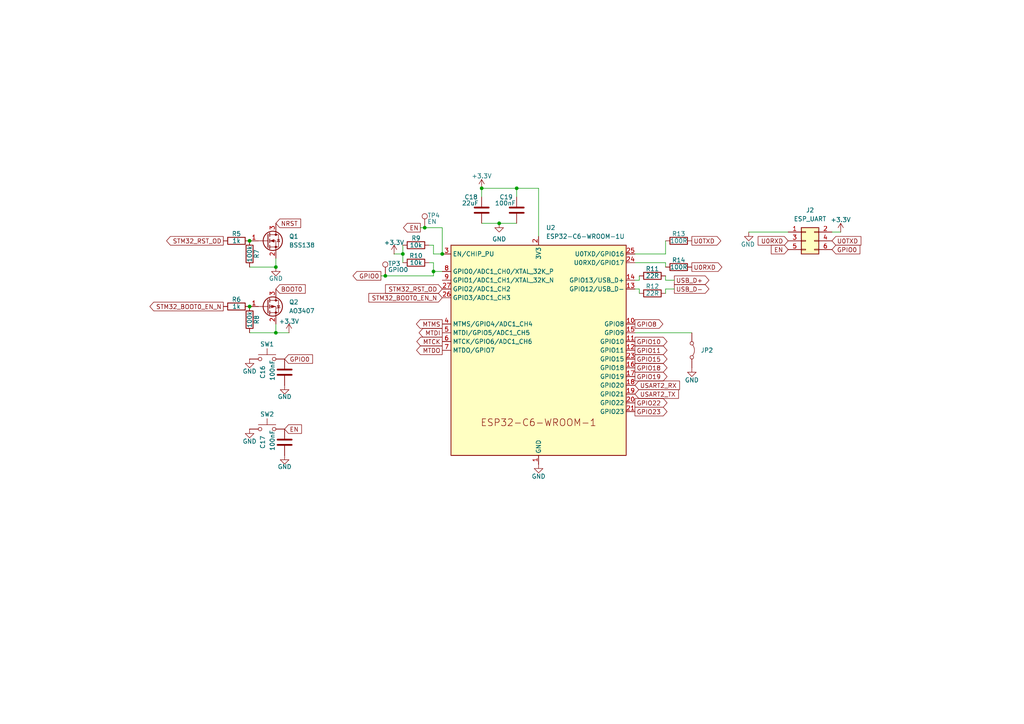
<source format=kicad_sch>
(kicad_sch (version 20250114) (generator "eeschema") (generator_version "9.0")
  (paper "A4")
  (title_block (title "IoT Logger B - ESP32 C6") (date "2026-01-24") (rev "1.0") (company "Piotr Kłyś"))
  (lib_symbols
    (symbol "Connector:TestPoint" (pin_numbers (hide yes)) (pin_names (offset 0.762) (hide yes))
      (property "Reference" "TP" (at 0 6.858 0))
      (property "Value" "TestPoint" (at 0 5.08 0))
      (symbol "TestPoint_0_1"
        (circle (center 0 3.302) (radius 0.762))
      )
      (symbol "TestPoint_1_1"
        (pin passive line (at 0 0 90) (length 2.54) (name "1") (number "1"))
      )
    )
    (symbol "Connector_Generic:Conn_02x03_Odd_Even" (pin_names (offset 1.016) (hide yes))
      (property "Reference" "J" (at 1.27 5.08 0))
      (property "Value" "Conn_02x03_Odd_Even" (at 1.27 -5.08 0))
      (symbol "Conn_02x03_Odd_Even_1_1"
        (rectangle (start -1.27 3.81) (end 3.81 -3.81) (stroke (width 0.254)) (fill (type background)))
        (rectangle (start -1.27 2.667) (end 0 2.413) (stroke (width 0.1524)))
        (rectangle (start -1.27 0.127) (end 0 -0.127) (stroke (width 0.1524)))
        (rectangle (start -1.27 -2.413) (end 0 -2.667) (stroke (width 0.1524)))
        (rectangle (start 3.81 2.667) (end 2.54 2.413) (stroke (width 0.1524)))
        (rectangle (start 3.81 0.127) (end 2.54 -0.127) (stroke (width 0.1524)))
        (rectangle (start 3.81 -2.413) (end 2.54 -2.667) (stroke (width 0.1524)))
        (pin passive line (at -5.08 2.54 0) (length 3.81) (name "Pin_1") (number "1"))
        (pin passive line (at -5.08 0 0) (length 3.81) (name "Pin_3") (number "3"))
        (pin passive line (at -5.08 -2.54 0) (length 3.81) (name "Pin_5") (number "5"))
        (pin passive line (at 7.62 2.54 180) (length 3.81) (name "Pin_2") (number "2"))
        (pin passive line (at 7.62 0 180) (length 3.81) (name "Pin_4") (number "4"))
        (pin passive line (at 7.62 -2.54 180) (length 3.81) (name "Pin_6") (number "6"))
      )
    )
    (symbol "Device:C" (pin_numbers (hide yes)) (pin_names (offset 0.254))
      (property "Reference" "C" (at 0.635 2.54 0))
      (property "Value" "C" (at 0.635 -2.54 0))
      (symbol "C_0_1"
        (polyline (pts (xy -2.032 0.762) (xy 2.032 0.762)) (stroke (width 0.508)))
        (polyline (pts (xy -2.032 -0.762) (xy 2.032 -0.762)) (stroke (width 0.508)))
      )
      (symbol "C_1_1"
        (pin passive line (at 0 3.81 270) (length 2.794) (name "~") (number "1"))
        (pin passive line (at 0 -3.81 90) (length 2.794) (name "~") (number "2"))
      )
    )
    (symbol "Device:R" (pin_numbers (hide yes)) (pin_names (offset 0))
      (property "Reference" "R" (at 2.032 0 90))
      (property "Value" "R" (at 0 0 90))
      (symbol "R_0_1"
        (rectangle (start -1.016 -2.54) (end 1.016 2.54) (stroke (width 0.254)))
      )
      (symbol "R_1_1"
        (pin passive line (at 0 3.81 270) (length 1.27) (name "~") (number "1"))
        (pin passive line (at 0 -3.81 90) (length 1.27) (name "~") (number "2"))
      )
    )
    (symbol "Jumper:Jumper_2_Bridged" (pin_numbers (hide yes)) (pin_names (offset 0) (hide yes))
      (property "Reference" "JP" (at 0 1.905 0))
      (property "Value" "Jumper_2_Bridged" (at 0 -2.54 0))
      (symbol "Jumper_2_Bridged_0_0"
        (circle (center -2.032 0) (radius 0.508))
        (circle (center 2.032 0) (radius 0.508))
      )
      (symbol "Jumper_2_Bridged_0_1"
        (arc (start -1.524 0.254) (mid 0 0.762) (end 1.524 0.254))
      )
      (symbol "Jumper_2_Bridged_1_1"
        (pin passive line (at -5.08 0 0) (length 2.54) (name "A") (number "1"))
        (pin passive line (at 5.08 0 180) (length 2.54) (name "B") (number "2"))
      )
    )
    (symbol "PCM_Espressif:ESP32-C6-WROOM-1"
      (property "Reference" "U" (at -25.4 35.56 0))
      (property "Value" "ESP32-C6-WROOM-1" (at -25.4 33.02 0))
      (symbol "ESP32-C6-WROOM-1_0_0"
        (text "ESP32-C6-WROOM-1" (at 0 -20.955 0) (effects (font (size 2 2))))
      )
      (symbol "ESP32-C6-WROOM-1_0_1"
        (rectangle (start -25.4 30.48) (end 25.4 -30.48) (stroke (width 0.254)) (fill (type background)))
      )
      (symbol "ESP32-C6-WROOM-1_1_1"
        (pin input line (at -27.94 27.94 0) (length 2.54) (name "EN/CHIP_PU") (number "3"))
        (pin bidirectional line (at -27.94 22.86 0) (length 2.54) (name "GPIO0/ADC1_CH0/XTAL_32K_P") (number "8"))
        (pin bidirectional line (at -27.94 20.32 0) (length 2.54) (name "GPIO1/ADC1_CH1/XTAL_32K_N") (number "9"))
        (pin bidirectional line (at -27.94 17.78 0) (length 2.54) (name "GPIO2/ADC1_CH2") (number "27"))
        (pin bidirectional line (at -27.94 15.24 0) (length 2.54) (name "GPIO3/ADC1_CH3") (number "26"))
        (pin bidirectional line (at -27.94 7.62 0) (length 2.54) (name "MTMS/GPIO4/ADC1_CH4") (number "4"))
        (pin bidirectional line (at -27.94 5.08 0) (length 2.54) (name "MTDI/GPIO5/ADC1_CH5") (number "5"))
        (pin bidirectional line (at -27.94 2.54 0) (length 2.54) (name "MTCK/GPIO6/ADC1_CH6") (number "6"))
        (pin bidirectional line (at -27.94 0 0) (length 2.54) (name "MTDO/GPIO7") (number "7"))
        (pin no_connect line (at -25.4 -12.7 0) (length 2.54) (hide yes) (name "NC") (number "22"))
        (pin power_in line (at 0 33.02 270) (length 2.54) (name "3V3") (number "2"))
        (pin power_in line (at 0 -33.02 90) (length 2.54) (name "GND") (number "1"))
        (pin passive line (at 0 -33.02 90) (length 2.54) (hide yes) (name "GND") (number "28"))
        (pin passive line (at 0 -33.02 90) (length 2.54) (hide yes) (name "GND") (number "29"))
        (pin bidirectional line (at 27.94 27.94 180) (length 2.54) (name "U0TXD/GPIO16") (number "25"))
        (pin bidirectional line (at 27.94 25.4 180) (length 2.54) (name "U0RXD/GPIO17") (number "24"))
        (pin bidirectional line (at 27.94 20.32 180) (length 2.54) (name "GPIO13/USB_D+") (number "14"))
        (pin bidirectional line (at 27.94 17.78 180) (length 2.54) (name "GPIO12/USB_D-") (number "13"))
        (pin bidirectional line (at 27.94 7.62 180) (length 2.54) (name "GPIO8") (number "10"))
        (pin bidirectional line (at 27.94 5.08 180) (length 2.54) (name "GPIO9") (number "15"))
        (pin bidirectional line (at 27.94 2.54 180) (length 2.54) (name "GPIO10") (number "11"))
        (pin bidirectional line (at 27.94 0 180) (length 2.54) (name "GPIO11") (number "12"))
        (pin bidirectional line (at 27.94 -2.54 180) (length 2.54) (name "GPIO15") (number "23"))
        (pin bidirectional line (at 27.94 -5.08 180) (length 2.54) (name "GPIO18") (number "16"))
        (pin bidirectional line (at 27.94 -7.62 180) (length 2.54) (name "GPIO19") (number "17"))
        (pin bidirectional line (at 27.94 -10.16 180) (length 2.54) (name "GPIO20") (number "18"))
        (pin bidirectional line (at 27.94 -12.7 180) (length 2.54) (name "GPIO21") (number "19"))
        (pin bidirectional line (at 27.94 -15.24 180) (length 2.54) (name "GPIO22") (number "20"))
        (pin bidirectional line (at 27.94 -17.78 180) (length 2.54) (name "GPIO23") (number "21"))
      )
    )
    (symbol "Switch:SW_Push" (pin_numbers (hide yes)) (pin_names (offset 1.016) (hide yes))
      (property "Reference" "SW" (at 1.27 2.54 0))
      (property "Value" "SW_Push" (at 0 -1.524 0))
      (symbol "SW_Push_0_1"
        (circle (center -2.032 0) (radius 0.508))
        (polyline (pts (xy 0 1.27) (xy 0 3.048)))
        (circle (center 2.032 0) (radius 0.508))
        (polyline (pts (xy 2.54 1.27) (xy -2.54 1.27)))
        (pin passive line (at -5.08 0 0) (length 2.54) (name "1") (number "1"))
        (pin passive line (at 5.08 0 180) (length 2.54) (name "2") (number "2"))
      )
    )
    (symbol "Transistor_FET:AO3401A" (pin_names (hide yes))
      (property "Reference" "Q" (at 5.08 1.905 0))
      (property "Value" "AO3401A" (at 5.08 0 0))
      (symbol "AO3401A_0_1"
        (polyline (pts (xy 0.254 1.905) (xy 0.254 -1.905)) (stroke (width 0.254)))
        (polyline (pts (xy 0.254 0) (xy -2.54 0)))
        (polyline (pts (xy 0.762 2.286) (xy 0.762 1.27)) (stroke (width 0.254)))
        (polyline (pts (xy 0.762 1.778) (xy 3.302 1.778) (xy 3.302 -1.778) (xy 0.762 -1.778)))
        (polyline (pts (xy 0.762 0.508) (xy 0.762 -0.508)) (stroke (width 0.254)))
        (polyline (pts (xy 0.762 -1.27) (xy 0.762 -2.286)) (stroke (width 0.254)))
        (circle (center 1.651 0) (radius 2.794) (stroke (width 0.254)))
        (polyline (pts (xy 2.286 0) (xy 1.27 0.381) (xy 1.27 -0.381) (xy 2.286 0)) (fill (type outline)))
        (polyline (pts (xy 2.54 2.54) (xy 2.54 1.778)))
        (circle (center 2.54 1.778) (radius 0.254) (fill (type outline)))
        (circle (center 2.54 -1.778) (radius 0.254) (fill (type outline)))
        (polyline (pts (xy 2.54 -2.54) (xy 2.54 0) (xy 0.762 0)))
        (polyline (pts (xy 2.794 -0.508) (xy 2.921 -0.381) (xy 3.683 -0.381) (xy 3.81 -0.254)))
        (polyline (pts (xy 3.302 -0.381) (xy 2.921 0.254) (xy 3.683 0.254) (xy 3.302 -0.381)))
      )
      (symbol "AO3401A_1_1"
        (pin input line (at -5.08 0 0) (length 2.54) (name "G") (number "1"))
        (pin passive line (at 2.54 5.08 270) (length 2.54) (name "D") (number "3"))
        (pin passive line (at 2.54 -5.08 90) (length 2.54) (name "S") (number "2"))
      )
    )
    (symbol "Transistor_FET:BSS138" (pin_names (offset 0) (hide yes))
      (property "Reference" "Q" (at 5.08 1.905 0))
      (property "Value" "BSS138" (at 5.08 0 0))
      (symbol "BSS138_0_1"
        (polyline (pts (xy 0.254 1.905) (xy 0.254 -1.905)) (stroke (width 0.254)))
        (polyline (pts (xy 0.254 0) (xy -2.54 0)))
        (polyline (pts (xy 0.762 2.286) (xy 0.762 1.27)) (stroke (width 0.254)))
        (polyline (pts (xy 0.762 0.508) (xy 0.762 -0.508)) (stroke (width 0.254)))
        (polyline (pts (xy 0.762 -1.27) (xy 0.762 -2.286)) (stroke (width 0.254)))
        (polyline (pts (xy 0.762 -1.778) (xy 3.302 -1.778) (xy 3.302 1.778) (xy 0.762 1.778)))
        (polyline (pts (xy 1.016 0) (xy 2.032 0.381) (xy 2.032 -0.381) (xy 1.016 0)) (fill (type outline)))
        (circle (center 1.651 0) (radius 2.794) (stroke (width 0.254)))
        (polyline (pts (xy 2.54 2.54) (xy 2.54 1.778)))
        (circle (center 2.54 1.778) (radius 0.254) (fill (type outline)))
        (circle (center 2.54 -1.778) (radius 0.254) (fill (type outline)))
        (polyline (pts (xy 2.54 -2.54) (xy 2.54 0) (xy 0.762 0)))
        (polyline (pts (xy 2.921 0.381) (xy 3.683 0.381)))
        (polyline (pts (xy 3.302 0.381) (xy 2.921 -0.254) (xy 3.683 -0.254) (xy 3.302 0.381)))
      )
      (symbol "BSS138_1_1"
        (pin input line (at -5.08 0 0) (length 2.54) (name "G") (number "1"))
        (pin passive line (at 2.54 5.08 270) (length 2.54) (name "D") (number "3"))
        (pin passive line (at 2.54 -5.08 90) (length 2.54) (name "S") (number "2"))
      )
    )
    (symbol "power:+3.3V" (power) (pin_numbers (hide yes)) (pin_names (offset 0) (hide yes))
      (property "Value" "+3.3V" (at 0 3.556 0))
      (symbol "+3.3V_0_1"
        (polyline (pts (xy -0.762 1.27) (xy 0 2.54)))
        (polyline (pts (xy 0 2.54) (xy 0.762 1.27)))
        (polyline (pts (xy 0 0) (xy 0 2.54)))
      )
      (symbol "+3.3V_1_1"
        (pin power_in line (at 0 0 90) (length 0) (name "~") (number "1"))
      )
    )
    (symbol "power:GND" (power) (pin_numbers (hide yes)) (pin_names (offset 0) (hide yes))
      (property "Value" "GND" (at 0 -3.81 0))
      (symbol "GND_0_1"
        (polyline (pts (xy 0 0) (xy 0 -1.27) (xy 1.27 -1.27) (xy 0 -2.54) (xy -1.27 -1.27) (xy 0 -1.27)))
      )
      (symbol "GND_1_1"
        (pin power_in line (at 0 0 270) (length 0) (name "~") (number "1"))
      )
    )
  )
  (junction (at 139.7 54.61))
  (junction (at 144.78 64.77))
  (junction (at 111.76 80.01))
  (junction (at 80.01 77.47))
  (junction (at 72.39 69.85))
  (junction (at 123.19 66.04))
  (junction (at 80.01 96.52))
  (junction (at 125.73 78.74))
  (junction (at 116.84 73.66))
  (junction (at 72.39 88.9))
  (junction (at 149.86 54.61))
  (junction (at 128.27 73.66))
  (wire (pts (xy 139.7 54.61) (xy 139.7 57.15)))
  (wire (pts (xy 125.73 71.12) (xy 125.73 73.66)))
  (wire (pts (xy 125.73 80.01) (xy 125.73 78.74)))
  (wire (pts (xy 149.86 57.15) (xy 149.86 54.61)))
  (wire (pts (xy 184.15 83.82) (xy 185.42 83.82)))
  (wire (pts (xy 80.01 96.52) (xy 83.82 96.52)))
  (wire (pts (xy 72.39 77.47) (xy 80.01 77.47)))
  (wire (pts (xy 125.73 73.66) (xy 128.27 73.66)))
  (wire (pts (xy 193.04 83.82) (xy 195.58 83.82)))
  (wire (pts (xy 193.04 81.28) (xy 195.58 81.28)))
  (wire (pts (xy 185.42 81.28) (xy 185.42 80.01)))
  (wire (pts (xy 217.17 67.31) (xy 228.6 67.31)))
  (wire (pts (xy 193.04 69.85) (xy 193.04 73.66)))
  (wire (pts (xy 193.04 77.47) (xy 193.04 76.2)))
  (wire (pts (xy 116.84 73.66) (xy 116.84 76.2)))
  (wire (pts (xy 128.27 66.04) (xy 128.27 73.66)))
  (wire (pts (xy 139.7 64.77) (xy 144.78 64.77)))
  (wire (pts (xy 193.04 76.2) (xy 184.15 76.2)))
  (wire (pts (xy 156.21 54.61) (xy 149.86 54.61)))
  (wire (pts (xy 184.15 96.52) (xy 200.66 96.52)))
  (wire (pts (xy 80.01 93.98) (xy 80.01 96.52)))
  (wire (pts (xy 80.01 77.47) (xy 80.01 74.93)))
  (wire (pts (xy 193.04 80.01) (xy 193.04 81.28)))
  (wire (pts (xy 114.3 73.66) (xy 116.84 73.66)))
  (wire (pts (xy 156.21 54.61) (xy 156.21 68.58)))
  (wire (pts (xy 184.15 81.28) (xy 185.42 81.28)))
  (wire (pts (xy 193.04 73.66) (xy 184.15 73.66)))
  (wire (pts (xy 111.76 80.01) (xy 125.73 80.01)))
  (wire (pts (xy 116.84 71.12) (xy 116.84 73.66)))
  (wire (pts (xy 121.92 66.04) (xy 123.19 66.04)))
  (wire (pts (xy 125.73 78.74) (xy 128.27 78.74)))
  (wire (pts (xy 124.46 76.2) (xy 125.73 76.2)))
  (wire (pts (xy 243.84 67.31) (xy 241.3 67.31)))
  (wire (pts (xy 144.78 64.77) (xy 149.86 64.77)))
  (wire (pts (xy 185.42 83.82) (xy 185.42 85.09)))
  (wire (pts (xy 193.04 85.09) (xy 193.04 83.82)))
  (wire (pts (xy 139.7 54.61) (xy 149.86 54.61)))
  (wire (pts (xy 124.46 71.12) (xy 125.73 71.12)))
  (wire (pts (xy 125.73 76.2) (xy 125.73 78.74)))
  (wire (pts (xy 123.19 66.04) (xy 128.27 66.04)))
  (wire (pts (xy 72.39 96.52) (xy 80.01 96.52)))
  (wire (pts (xy 110.49 80.01) (xy 111.76 80.01)))
  (global_label "STM32_RST_OD" (shape input) (at 128.27 83.82 180) (property "Intersheetrefs" "${INTERSHEET_REFS}" (effects (hide yes))))
  (global_label "GPIO0" (shape input) (at 241.3 72.39 0) (property "Intersheetrefs" "${INTERSHEET_REFS}" (effects (hide yes))))
  (global_label "EN" (shape input) (at 228.6 72.39 180) (property "Intersheetrefs" "${INTERSHEET_REFS}" (effects (hide yes))))
  (global_label "GPIO11" (shape output) (at 184.15 101.6 0) (property "Intersheetrefs" "${INTERSHEET_REFS}" (effects (hide yes))))
  (global_label "GPIO10" (shape output) (at 184.15 99.06 0) (property "Intersheetrefs" "${INTERSHEET_REFS}" (effects (hide yes))))
  (global_label "USB_D-" (shape output) (at 195.58 83.82 0) (property "Intersheetrefs" "${INTERSHEET_REFS}" (effects (hide yes))))
  (global_label "STM32_BOOT0_EN_N" (shape output) (at 64.77 88.9 180) (property "Intersheetrefs" "${INTERSHEET_REFS}" (effects (hide yes))))
  (global_label "GPIO22" (shape output) (at 184.15 116.84 0) (property "Intersheetrefs" "${INTERSHEET_REFS}" (effects (hide yes))))
  (global_label "U0TXD" (shape input) (at 241.3 69.85 0) (property "Intersheetrefs" "${INTERSHEET_REFS}" (effects (hide yes))))
  (global_label "NRST" (shape input) (at 80.01 64.77 0) (property "Intersheetrefs" "${INTERSHEET_REFS}" (effects (hide yes))))
  (global_label "MTMS" (shape output) (at 128.27 93.98 180) (property "Intersheetrefs" "${INTERSHEET_REFS}" (effects (hide yes))))
  (global_label "GPIO18" (shape output) (at 184.15 106.68 0) (property "Intersheetrefs" "${INTERSHEET_REFS}" (effects (hide yes))))
  (global_label "EN" (shape output) (at 121.92 66.04 180) (property "Intersheetrefs" "${INTERSHEET_REFS}" (effects (hide yes))))
  (global_label "GPIO15" (shape output) (at 184.15 104.14 0) (property "Intersheetrefs" "${INTERSHEET_REFS}" (effects (hide yes))))
  (global_label "U0RXD" (shape input) (at 228.6 69.85 180) (property "Intersheetrefs" "${INTERSHEET_REFS}" (effects (hide yes))))
  (global_label "GPIO0" (shape output) (at 110.49 80.01 180) (property "Intersheetrefs" "${INTERSHEET_REFS}" (effects (hide yes))))
  (global_label "MTDO" (shape output) (at 128.27 101.6 180) (property "Intersheetrefs" "${INTERSHEET_REFS}" (effects (hide yes))))
  (global_label "STM32_RST_OD" (shape output) (at 64.77 69.85 180) (property "Intersheetrefs" "${INTERSHEET_REFS}" (effects (hide yes))))
  (global_label "MTCK" (shape output) (at 128.27 99.06 180) (property "Intersheetrefs" "${INTERSHEET_REFS}" (effects (hide yes))))
  (global_label "BOOT0" (shape input) (at 80.01 83.82 0) (property "Intersheetrefs" "${INTERSHEET_REFS}" (effects (hide yes))))
  (global_label "GPIO23" (shape output) (at 184.15 119.38 0) (property "Intersheetrefs" "${INTERSHEET_REFS}" (effects (hide yes))))
  (global_label "EN" (shape input) (at 82.55 124.46 0) (property "Intersheetrefs" "${INTERSHEET_REFS}" (effects (hide yes))))
  (global_label "USART2_RX" (shape input) (at 184.15 111.76 0) (property "Intersheetrefs" "${INTERSHEET_REFS}" (effects (hide yes))))
  (global_label "U0TXD" (shape output) (at 200.66 69.85 0) (property "Intersheetrefs" "${INTERSHEET_REFS}" (effects (hide yes))))
  (global_label "GPIO8" (shape output) (at 184.15 93.98 0) (property "Intersheetrefs" "${INTERSHEET_REFS}" (effects (hide yes))))
  (global_label "U0RXD" (shape output) (at 200.66 77.47 0) (property "Intersheetrefs" "${INTERSHEET_REFS}" (effects (hide yes))))
  (global_label "USB_D+" (shape output) (at 195.58 81.28 0) (property "Intersheetrefs" "${INTERSHEET_REFS}" (effects (hide yes))))
  (global_label "USART2_TX" (shape input) (at 184.15 114.3 0) (property "Intersheetrefs" "${INTERSHEET_REFS}" (effects (hide yes))))
  (global_label "MTDI" (shape output) (at 128.27 96.52 180) (property "Intersheetrefs" "${INTERSHEET_REFS}" (effects (hide yes))))
  (global_label "STM32_BOOT0_EN_N" (shape input) (at 128.27 86.36 180) (property "Intersheetrefs" "${INTERSHEET_REFS}" (effects (hide yes))))
  (global_label "GPIO0" (shape input) (at 82.55 104.14 0) (property "Intersheetrefs" "${INTERSHEET_REFS}" (effects (hide yes))))
  (global_label "GPIO19" (shape output) (at 184.15 109.22 0) (property "Intersheetrefs" "${INTERSHEET_REFS}" (effects (hide yes))))
  (symbol (lib_id "Device:R") (at 68.58 69.85 270) (unit 1)
    (property "Reference" "R5" (at 68.58 67.818 90))
    (property "Value" "1k" (at 68.58 69.85 90))
    (property "Footprint" "Resistor_SMD:R_0603_1608Metric" (effects (hide yes)))
    (property "Description" "Resistor" (effects (hide yes)))
  )
  (symbol (lib_id "power:GND") (at 80.01 77.47 0) (unit 1)
    (property "Reference" "#PWR027" (effects (hide yes)))
    (property "Value" "GND" (at 80.01 80.772 0))
    (property "Description" "Power symbol creates a global label with name \"GND\" , ground" (effects (hide yes)))
  )
  (symbol (lib_id "Device:C") (at 149.86 60.96 0) (unit 1)
    (property "Reference" "C19" (at 146.812 57.15 0))
    (property "Value" "100nF" (at 146.558 58.928 0))
    (property "Footprint" "Capacitor_SMD:C_0603_1608Metric" (effects (hide yes)))
    (property "Description" "Unpolarized capacitor" (effects (hide yes)))
  )
  (symbol (lib_id "power:GND") (at 82.55 111.76 0) (unit 1)
    (property "Reference" "#PWR028" (effects (hide yes)))
    (property "Value" "GND" (at 82.55 115.062 0))
    (property "Description" "Power symbol creates a global label with name \"GND\" , ground" (effects (hide yes)))
  )
  (symbol (lib_id "power:GND") (at 200.66 106.68 0) (unit 1)
    (property "Reference" "#PWR035" (effects (hide yes)))
    (property "Value" "GND" (at 200.66 110.236 0))
    (property "Description" "Power symbol creates a global label with name \"GND\" , ground" (effects (hide yes)))
  )
  (symbol (lib_id "power:GND") (at 144.78 64.77 0) (unit 1)
    (property "Reference" "#PWR033" (effects (hide yes)))
    (property "Value" "GND" (at 144.78 69.342 0))
    (property "Description" "Power symbol creates a global label with name \"GND\" , ground" (effects (hide yes)))
  )
  (symbol (lib_id "power:+3.3V") (at 114.3 73.66 0) (unit 1)
    (property "Reference" "#PWR031" (effects (hide yes)))
    (property "Value" "+3.3V" (at 114.3 70.358 0))
    (property "Description" "Power symbol creates a global label with name \"+3.3V\"" (effects (hide yes)))
  )
  (symbol (lib_id "Switch:SW_Push") (at 77.47 124.46 0) (unit 1)
    (property "Reference" "SW2" (at 77.47 120.142 0))
    (property "Value" "Tact Switch 6x6mm / 13mm" (effects (hide yes)))
    (property "Footprint" "Button_Switch_THT:SW_PUSH_6mm" (effects (hide yes)))
    (property "Description" "Push button switch, generic, two pins" (effects (hide yes)))
  )
  (symbol (lib_id "Device:R") (at 72.39 73.66 180) (unit 1)
    (property "Reference" "R7" (at 74.422 73.66 90))
    (property "Value" "100k" (at 72.39 73.66 90))
    (property "Footprint" "Resistor_SMD:R_0603_1608Metric" (effects (hide yes)))
    (property "Description" "Resistor" (effects (hide yes)))
  )
  (symbol (lib_id "Switch:SW_Push") (at 77.47 104.14 0) (unit 1)
    (property "Reference" "SW1" (at 77.47 99.822 0))
    (property "Value" "Tact Switch 6x6mm / 13mm" (effects (hide yes)))
    (property "Footprint" "Button_Switch_THT:SW_PUSH_6mm" (effects (hide yes)))
    (property "Description" "Push button switch, generic, two pins" (effects (hide yes)))
  )
  (symbol (lib_id "Connector_Generic:Conn_02x03_Odd_Even") (at 233.68 69.85 0) (unit 1)
    (property "Reference" "J2" (at 234.95 60.96 0))
    (property "Value" "ESP_UART" (at 234.95 63.5 0))
    (property "Footprint" "Connector_PinHeader_1.27mm:PinHeader_2x03_P1.27mm_Vertical" (effects (hide yes)))
    (property "Description" "Generic connector, double row, 02x03, odd/even pin numbering scheme (row 1 odd numbers, row 2 even numbers), script generated (kicad-library-utils/schlib/autogen/connector/)" (effects (hide yes)))
  )
  (symbol (lib_id "Device:C") (at 82.55 107.95 0) (unit 1)
    (property "Reference" "C16" (at 76.2 107.95 90))
    (property "Value" "100nF" (at 78.994 107.442 90))
    (property "Footprint" "Capacitor_SMD:C_0603_1608Metric" (effects (hide yes)))
    (property "Description" "Unpolarized capacitor" (effects (hide yes)))
  )
  (symbol (lib_id "Jumper:Jumper_2_Bridged") (at 200.66 101.6 270) (unit 1)
    (property "Reference" "JP2" (at 203.2 101.5999 90) (effects (justify left)))
    (property "Value" "Jumper_2_Bridged" (effects (hide yes)))
    (property "Footprint" "Connector_PinHeader_2.54mm:PinHeader_1x02_P2.54mm_Vertical" (effects (hide yes)))
    (property "Description" "Jumper, 2-pole, closed/bridged" (effects (hide yes)))
  )
  (symbol (lib_id "Device:R") (at 196.85 77.47 270) (unit 1)
    (property "Reference" "R14" (at 196.85 75.438 90))
    (property "Value" "100R" (at 196.85 77.47 90))
    (property "Footprint" "Resistor_SMD:R_0603_1608Metric" (effects (hide yes)))
    (property "Description" "Resistor" (effects (hide yes)))
  )
  (symbol (lib_id "power:GND") (at 156.21 134.62 0) (unit 1)
    (property "Reference" "#PWR034" (effects (hide yes)))
    (property "Value" "GND" (at 156.21 138.176 0))
    (property "Description" "Power symbol creates a global label with name \"GND\" , ground" (effects (hide yes)))
  )
  (symbol (lib_id "Device:R") (at 120.65 71.12 270) (unit 1)
    (property "Reference" "R9" (at 120.65 69.088 90))
    (property "Value" "10k" (at 120.65 71.12 90))
    (property "Footprint" "Resistor_SMD:R_0603_1608Metric" (effects (hide yes)))
    (property "Description" "Resistor" (effects (hide yes)))
  )
  (symbol (lib_id "power:GND") (at 72.39 104.14 0) (unit 1)
    (property "Reference" "#PWR025" (effects (hide yes)))
    (property "Value" "GND" (at 72.39 107.696 0))
    (property "Description" "Power symbol creates a global label with name \"GND\" , ground" (effects (hide yes)))
  )
  (symbol (lib_id "Device:R") (at 72.39 92.71 180) (unit 1)
    (property "Reference" "R8" (at 74.422 92.71 90))
    (property "Value" "100k" (at 72.39 92.71 90))
    (property "Footprint" "Resistor_SMD:R_0603_1608Metric" (effects (hide yes)))
    (property "Description" "Resistor" (effects (hide yes)))
  )
  (symbol (lib_id "Transistor_FET:AO3401A") (at 77.47 88.9 0) (unit 1)
    (property "Reference" "Q2" (at 83.82 87.6299 0) (effects (justify left)))
    (property "Value" "AO3407" (at 83.82 90.1699 0) (effects (justify left)))
    (property "Footprint" "Package_TO_SOT_SMD:SOT-23" (effects (hide yes)))
    (property "Datasheet" "http://www.aosmd.com/pdfs/datasheet/AO3401A.pdf" (effects (hide yes)))
    (property "Description" "-4.0A Id, -30V Vds, P-Channel MOSFET, SOT-23" (effects (hide yes)))
  )
  (symbol (lib_id "Connector:TestPoint") (at 111.76 80.01 0) (unit 1)
    (property "Reference" "TP3" (at 112.522 76.454 0) (effects (justify left)))
    (property "Value" "GPIO0" (at 112.522 78.232 0) (effects (justify left)))
    (property "Footprint" "TestPoint:TestPoint_Pad_D1.5mm" (effects (hide yes)))
    (property "Description" "test point" (effects (hide yes)))
  )
  (symbol (lib_id "Device:R") (at 120.65 76.2 270) (unit 1)
    (property "Reference" "R10" (at 120.65 74.168 90))
    (property "Value" "10k" (at 120.65 76.2 90))
    (property "Footprint" "Resistor_SMD:R_0603_1608Metric" (effects (hide yes)))
    (property "Description" "Resistor" (effects (hide yes)))
  )
  (symbol (lib_id "Transistor_FET:BSS138") (at 77.47 69.85 0) (unit 1)
    (property "Reference" "Q1" (at 83.82 68.5799 0) (effects (justify left)))
    (property "Value" "BSS138" (at 83.82 71.1199 0) (effects (justify left)))
    (property "Footprint" "Package_TO_SOT_SMD:SOT-23" (effects (hide yes)))
    (property "Datasheet" "https://www.onsemi.com/pub/Collateral/BSS138-D.PDF" (effects (hide yes)))
    (property "Description" "50V Vds, 0.22A Id, N-Channel MOSFET, SOT-23" (effects (hide yes)))
  )
  (symbol (lib_id "Device:R") (at 189.23 85.09 270) (unit 1)
    (property "Reference" "R12" (at 189.23 83.058 90))
    (property "Value" "22R" (at 189.23 85.09 90))
    (property "Footprint" "Resistor_SMD:R_0603_1608Metric" (effects (hide yes)))
    (property "Description" "Resistor" (effects (hide yes)))
  )
  (symbol (lib_id "Device:R") (at 68.58 88.9 270) (unit 1)
    (property "Reference" "R6" (at 68.58 86.868 90))
    (property "Value" "1k" (at 68.58 88.9 90))
    (property "Footprint" "Resistor_SMD:R_0603_1608Metric" (effects (hide yes)))
    (property "Description" "Resistor" (effects (hide yes)))
  )
  (symbol (lib_id "power:+3.3V") (at 139.7 54.61 0) (unit 1)
    (property "Reference" "#PWR032" (effects (hide yes)))
    (property "Value" "+3.3V" (at 139.7 51.054 0))
    (property "Description" "Power symbol creates a global label with name \"+3.3V\"" (effects (hide yes)))
  )
  (symbol (lib_id "PCM_Espressif:ESP32-C6-WROOM-1") (at 156.21 101.6 0) (unit 1)
    (property "Reference" "U2" (at 158.3533 66.04 0) (effects (justify left)))
    (property "Value" "ESP32-C6-WROOM-1U" (at 158.3533 68.58 0) (effects (justify left)))
    (property "Footprint" "PCM_Espressif:ESP32-C6-WROOM-1U" (effects (hide yes)))
    (property "Datasheet" "https://www.espressif.com/sites/default/files/documentation/esp32-c6-wroom-1_wroom-1u_datasheet_en.pdf" (effects (hide yes)))
    (property "Description" "ESP32-C6-WROOM-1/U is a module that supports 2.4 GHz Wi-Fi 6 (802.11 ax), Bluetooth® 5 (LE), Zigbee and Thread (802.15.4)" (effects (hide yes)))
  )
  (symbol (lib_id "Connector:TestPoint") (at 123.19 66.04 0) (unit 1)
    (property "Reference" "TP4" (at 123.952 62.484 0) (effects (justify left)))
    (property "Value" "EN" (at 123.952 64.262 0) (effects (justify left)))
    (property "Footprint" "TestPoint:TestPoint_Pad_D1.5mm" (effects (hide yes)))
    (property "Description" "test point" (effects (hide yes)))
  )
  (symbol (lib_id "Device:R") (at 196.85 69.85 270) (unit 1)
    (property "Reference" "R13" (at 196.85 67.818 90))
    (property "Value" "100R" (at 196.85 69.85 90))
    (property "Footprint" "Resistor_SMD:R_0603_1608Metric" (effects (hide yes)))
    (property "Description" "Resistor" (effects (hide yes)))
  )
  (symbol (lib_id "power:+3.3V") (at 83.82 96.52 0) (unit 1)
    (property "Reference" "#PWR030" (effects (hide yes)))
    (property "Value" "+3.3V" (at 83.82 93.218 0))
    (property "Description" "Power symbol creates a global label with name \"+3.3V\"" (effects (hide yes)))
  )
  (symbol (lib_id "Device:C") (at 139.7 60.96 0) (unit 1)
    (property "Reference" "C18" (at 136.652 57.15 0))
    (property "Value" "22uF" (at 136.398 58.928 0))
    (property "Footprint" "Capacitor_SMD:C_0603_1608Metric" (effects (hide yes)))
    (property "Description" "Unpolarized capacitor" (effects (hide yes)))
  )
  (symbol (lib_id "Device:R") (at 189.23 80.01 270) (unit 1)
    (property "Reference" "R11" (at 189.23 77.978 90))
    (property "Value" "22R" (at 189.23 80.01 90))
    (property "Footprint" "Resistor_SMD:R_0603_1608Metric" (effects (hide yes)))
    (property "Description" "Resistor" (effects (hide yes)))
  )
  (symbol (lib_id "power:+3.3V") (at 243.84 67.31 0) (unit 1)
    (property "Reference" "#PWR037" (effects (hide yes)))
    (property "Value" "+3.3V" (at 243.84 63.754 0))
    (property "Description" "Power symbol creates a global label with name \"+3.3V\"" (effects (hide yes)))
  )
  (symbol (lib_id "power:GND") (at 72.39 124.46 0) (unit 1)
    (property "Reference" "#PWR026" (effects (hide yes)))
    (property "Value" "GND" (at 72.39 128.016 0))
    (property "Description" "Power symbol creates a global label with name \"GND\" , ground" (effects (hide yes)))
  )
  (symbol (lib_id "Device:C") (at 82.55 128.27 0) (unit 1)
    (property "Reference" "C17" (at 76.2 128.27 90))
    (property "Value" "100nF" (at 78.994 127.762 90))
    (property "Footprint" "Capacitor_SMD:C_0603_1608Metric" (effects (hide yes)))
    (property "Description" "Unpolarized capacitor" (effects (hide yes)))
  )
  (symbol (lib_id "power:GND") (at 217.17 67.31 0) (unit 1)
    (property "Reference" "#PWR036" (effects (hide yes)))
    (property "Value" "GND" (at 216.916 70.866 0))
    (property "Description" "Power symbol creates a global label with name \"GND\" , ground" (effects (hide yes)))
  )
  (symbol (lib_id "power:GND") (at 82.55 132.08 0) (unit 1)
    (property "Reference" "#PWR029" (effects (hide yes)))
    (property "Value" "GND" (at 82.55 135.382 0))
    (property "Description" "Power symbol creates a global label with name \"GND\" , ground" (effects (hide yes)))
  )
)
</source>
